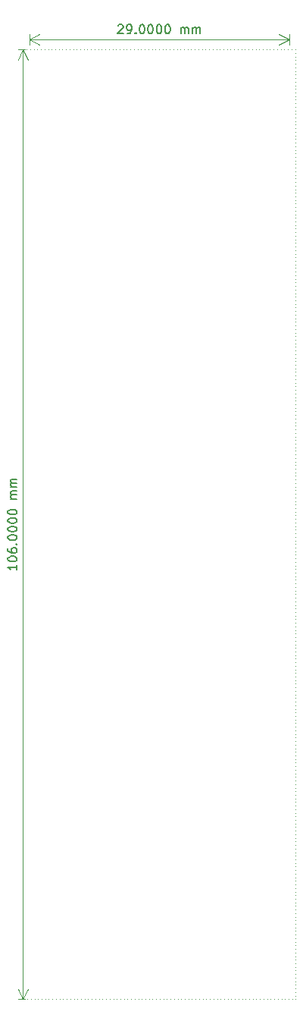
<source format=gbr>
%TF.GenerationSoftware,KiCad,Pcbnew,8.0.1-8.0.1-1~ubuntu22.04.1*%
%TF.CreationDate,2024-04-12T07:50:43+02:00*%
%TF.ProjectId,HagiwoEurorackMixer_PCBOnly,48616769-776f-4457-9572-6f7261636b4d,rev?*%
%TF.SameCoordinates,Original*%
%TF.FileFunction,OtherDrawing,Comment*%
%FSLAX46Y46*%
G04 Gerber Fmt 4.6, Leading zero omitted, Abs format (unit mm)*
G04 Created by KiCad (PCBNEW 8.0.1-8.0.1-1~ubuntu22.04.1) date 2024-04-12 07:50:43*
%MOMM*%
%LPD*%
G01*
G04 APERTURE LIST*
%ADD10C,0.100000*%
%ADD11C,0.150000*%
G04 APERTURE END LIST*
D10*
X68300000Y-46810000D02*
X68300000Y-46810000D01*
X68700000Y-46810000D02*
X68700000Y-46810000D01*
X69100000Y-46810000D02*
X69100000Y-46810000D01*
X69500000Y-46810000D02*
X69500000Y-46810000D01*
X69900000Y-46810000D02*
X69900000Y-46810000D01*
X70300000Y-46810000D02*
X70300000Y-46810000D01*
X70700000Y-46810000D02*
X70700000Y-46810000D01*
X71100000Y-46810000D02*
X71100000Y-46810000D01*
X71500000Y-46810000D02*
X71500000Y-46810000D01*
X71900000Y-46810000D02*
X71900000Y-46810000D01*
X72300000Y-46810000D02*
X72300000Y-46810000D01*
X72700000Y-46810000D02*
X72700000Y-46810000D01*
X73100000Y-46810000D02*
X73100000Y-46810000D01*
X73500000Y-46810000D02*
X73500000Y-46810000D01*
X73900000Y-46810000D02*
X73900000Y-46810000D01*
X74300000Y-46810000D02*
X74300000Y-46810000D01*
X74700000Y-46810000D02*
X74700000Y-46810000D01*
X75100000Y-46810000D02*
X75100000Y-46810000D01*
X75500000Y-46810000D02*
X75500000Y-46810000D01*
X75900000Y-46810000D02*
X75900000Y-46810000D01*
X76300000Y-46810000D02*
X76300000Y-46810000D01*
X76700000Y-46810000D02*
X76700000Y-46810000D01*
X77100000Y-46810000D02*
X77100000Y-46810000D01*
X77500000Y-46810000D02*
X77500000Y-46810000D01*
X77900000Y-46810000D02*
X77900000Y-46810000D01*
X78300000Y-46810000D02*
X78300000Y-46810000D01*
X78700000Y-46810000D02*
X78700000Y-46810000D01*
X79100000Y-46810000D02*
X79100000Y-46810000D01*
X79500000Y-46810000D02*
X79500000Y-46810000D01*
X79900000Y-46810000D02*
X79900000Y-46810000D01*
X80300000Y-46810000D02*
X80300000Y-46810000D01*
X80700000Y-46810000D02*
X80700000Y-46810000D01*
X81100000Y-46810000D02*
X81100000Y-46810000D01*
X81500000Y-46810000D02*
X81500000Y-46810000D01*
X81900000Y-46810000D02*
X81900000Y-46810000D01*
X82300000Y-46810000D02*
X82300000Y-46810000D01*
X82700000Y-46810000D02*
X82700000Y-46810000D01*
X83100000Y-46810000D02*
X83100000Y-46810000D01*
X83500000Y-46810000D02*
X83500000Y-46810000D01*
X83900000Y-46810000D02*
X83900000Y-46810000D01*
X84300000Y-46810000D02*
X84300000Y-46810000D01*
X84700000Y-46810000D02*
X84700000Y-46810000D01*
X85100000Y-46810000D02*
X85100000Y-46810000D01*
X85500000Y-46810000D02*
X85500000Y-46810000D01*
X85900000Y-46810000D02*
X85900000Y-46810000D01*
X86300000Y-46810000D02*
X86300000Y-46810000D01*
X86700000Y-46810000D02*
X86700000Y-46810000D01*
X87100000Y-46810000D02*
X87100000Y-46810000D01*
X87500000Y-46810000D02*
X87500000Y-46810000D01*
X87900000Y-46810000D02*
X87900000Y-46810000D01*
X88300000Y-46810000D02*
X88300000Y-46810000D01*
X88700000Y-46810000D02*
X88700000Y-46810000D01*
X89100000Y-46810000D02*
X89100000Y-46810000D01*
X89500000Y-46810000D02*
X89500000Y-46810000D01*
X89900000Y-46810000D02*
X89900000Y-46810000D01*
X90300000Y-46810000D02*
X90300000Y-46810000D01*
X90700000Y-46810000D02*
X90700000Y-46810000D01*
X91100000Y-46810000D02*
X91100000Y-46810000D01*
X91500000Y-46810000D02*
X91500000Y-46810000D01*
X91900000Y-46810000D02*
X91900000Y-46810000D01*
X92300000Y-46810000D02*
X92300000Y-46810000D01*
X92700000Y-46810000D02*
X92700000Y-46810000D01*
X93100000Y-46810000D02*
X93100000Y-46810000D01*
X93500000Y-46810000D02*
X93500000Y-46810000D01*
X93900000Y-46810000D02*
X93900000Y-46810000D01*
X94300000Y-46810000D02*
X94300000Y-46810000D01*
X94700000Y-46810000D02*
X94700000Y-46810000D01*
X95100000Y-46810000D02*
X95100000Y-46810000D01*
X95500000Y-46810000D02*
X95500000Y-46810000D01*
X95900000Y-46810000D02*
X95900000Y-46810000D01*
X96300000Y-46810000D02*
X96300000Y-46810000D01*
X96700000Y-46810000D02*
X96700000Y-46810000D01*
X97100000Y-46810000D02*
X97100000Y-46810000D01*
X97500000Y-46810000D02*
X97500000Y-46810000D01*
X97900000Y-46810000D02*
X97900000Y-46810000D01*
X98300000Y-46810000D02*
X98300000Y-46810000D01*
X98700000Y-46810000D02*
X98700000Y-46810000D01*
X98780000Y-46810000D02*
X98780000Y-46810000D01*
X98780000Y-47210000D02*
X98780000Y-47210000D01*
X98780000Y-47610000D02*
X98780000Y-47610000D01*
X98780000Y-48010000D02*
X98780000Y-48010000D01*
X98780000Y-48410000D02*
X98780000Y-48410000D01*
X98780000Y-48810000D02*
X98780000Y-48810000D01*
X98780000Y-49210000D02*
X98780000Y-49210000D01*
X98780000Y-49610000D02*
X98780000Y-49610000D01*
X98780000Y-50010000D02*
X98780000Y-50010000D01*
X98780000Y-50410000D02*
X98780000Y-50410000D01*
X98780000Y-50810000D02*
X98780000Y-50810000D01*
X98780000Y-51210000D02*
X98780000Y-51210000D01*
X98780000Y-51610000D02*
X98780000Y-51610000D01*
X98780000Y-52010000D02*
X98780000Y-52010000D01*
X98780000Y-52410000D02*
X98780000Y-52410000D01*
X98780000Y-52810000D02*
X98780000Y-52810000D01*
X98780000Y-53210000D02*
X98780000Y-53210000D01*
X98780000Y-53610000D02*
X98780000Y-53610000D01*
X98780000Y-54010000D02*
X98780000Y-54010000D01*
X98780000Y-54410000D02*
X98780000Y-54410000D01*
X98780000Y-54810000D02*
X98780000Y-54810000D01*
X98780000Y-55210000D02*
X98780000Y-55210000D01*
X98780000Y-55610000D02*
X98780000Y-55610000D01*
X98780000Y-56010000D02*
X98780000Y-56010000D01*
X98780000Y-56410000D02*
X98780000Y-56410000D01*
X98780000Y-56810000D02*
X98780000Y-56810000D01*
X98780000Y-57210000D02*
X98780000Y-57210000D01*
X98780000Y-57610000D02*
X98780000Y-57610000D01*
X98780000Y-58010000D02*
X98780000Y-58010000D01*
X98780000Y-58410000D02*
X98780000Y-58410000D01*
X98780000Y-58810000D02*
X98780000Y-58810000D01*
X98780000Y-59210000D02*
X98780000Y-59210000D01*
X98780000Y-59610000D02*
X98780000Y-59610000D01*
X98780000Y-60010000D02*
X98780000Y-60010000D01*
X98780000Y-60410000D02*
X98780000Y-60410000D01*
X98780000Y-60810000D02*
X98780000Y-60810000D01*
X98780000Y-61210000D02*
X98780000Y-61210000D01*
X98780000Y-61610000D02*
X98780000Y-61610000D01*
X98780000Y-62010000D02*
X98780000Y-62010000D01*
X98780000Y-62410000D02*
X98780000Y-62410000D01*
X98780000Y-62810000D02*
X98780000Y-62810000D01*
X98780000Y-63210000D02*
X98780000Y-63210000D01*
X98780000Y-63610000D02*
X98780000Y-63610000D01*
X98780000Y-64010000D02*
X98780000Y-64010000D01*
X98780000Y-64410000D02*
X98780000Y-64410000D01*
X98780000Y-64810000D02*
X98780000Y-64810000D01*
X98780000Y-65210000D02*
X98780000Y-65210000D01*
X98780000Y-65610000D02*
X98780000Y-65610000D01*
X98780000Y-66010000D02*
X98780000Y-66010000D01*
X98780000Y-66410000D02*
X98780000Y-66410000D01*
X98780000Y-66810000D02*
X98780000Y-66810000D01*
X98780000Y-67210000D02*
X98780000Y-67210000D01*
X98780000Y-67610000D02*
X98780000Y-67610000D01*
X98780000Y-68010000D02*
X98780000Y-68010000D01*
X98780000Y-68410000D02*
X98780000Y-68410000D01*
X98780000Y-68810000D02*
X98780000Y-68810000D01*
X98780000Y-69210000D02*
X98780000Y-69210000D01*
X98780000Y-69610000D02*
X98780000Y-69610000D01*
X98780000Y-70010000D02*
X98780000Y-70010000D01*
X98780000Y-70410000D02*
X98780000Y-70410000D01*
X98780000Y-70810000D02*
X98780000Y-70810000D01*
X98780000Y-71210000D02*
X98780000Y-71210000D01*
X98780000Y-71610000D02*
X98780000Y-71610000D01*
X98780000Y-72010000D02*
X98780000Y-72010000D01*
X98780000Y-72410000D02*
X98780000Y-72410000D01*
X98780000Y-72810000D02*
X98780000Y-72810000D01*
X98780000Y-73210000D02*
X98780000Y-73210000D01*
X98780000Y-73610000D02*
X98780000Y-73610000D01*
X98780000Y-74010000D02*
X98780000Y-74010000D01*
X98780000Y-74410000D02*
X98780000Y-74410000D01*
X98780000Y-74810000D02*
X98780000Y-74810000D01*
X98780000Y-75210000D02*
X98780000Y-75210000D01*
X98780000Y-75610000D02*
X98780000Y-75610000D01*
X98780000Y-76010000D02*
X98780000Y-76010000D01*
X98780000Y-76410000D02*
X98780000Y-76410000D01*
X98780000Y-76810000D02*
X98780000Y-76810000D01*
X98780000Y-77210000D02*
X98780000Y-77210000D01*
X98780000Y-77610000D02*
X98780000Y-77610000D01*
X98780000Y-78010000D02*
X98780000Y-78010000D01*
X98780000Y-78410000D02*
X98780000Y-78410000D01*
X98780000Y-78810000D02*
X98780000Y-78810000D01*
X98780000Y-79210000D02*
X98780000Y-79210000D01*
X98780000Y-79610000D02*
X98780000Y-79610000D01*
X98780000Y-80010000D02*
X98780000Y-80010000D01*
X98780000Y-80410000D02*
X98780000Y-80410000D01*
X98780000Y-80810000D02*
X98780000Y-80810000D01*
X98780000Y-81210000D02*
X98780000Y-81210000D01*
X98780000Y-81610000D02*
X98780000Y-81610000D01*
X98780000Y-82010000D02*
X98780000Y-82010000D01*
X98780000Y-82410000D02*
X98780000Y-82410000D01*
X98780000Y-82810000D02*
X98780000Y-82810000D01*
X98780000Y-83210000D02*
X98780000Y-83210000D01*
X98780000Y-83610000D02*
X98780000Y-83610000D01*
X98780000Y-84010000D02*
X98780000Y-84010000D01*
X98780000Y-84410000D02*
X98780000Y-84410000D01*
X98780000Y-84810000D02*
X98780000Y-84810000D01*
X98780000Y-85210000D02*
X98780000Y-85210000D01*
X98780000Y-85610000D02*
X98780000Y-85610000D01*
X98780000Y-86010000D02*
X98780000Y-86010000D01*
X98780000Y-86410000D02*
X98780000Y-86410000D01*
X98780000Y-86810000D02*
X98780000Y-86810000D01*
X98780000Y-87210000D02*
X98780000Y-87210000D01*
X98780000Y-87610000D02*
X98780000Y-87610000D01*
X98780000Y-88010000D02*
X98780000Y-88010000D01*
X98780000Y-88410000D02*
X98780000Y-88410000D01*
X98780000Y-88810000D02*
X98780000Y-88810000D01*
X98780000Y-89210000D02*
X98780000Y-89210000D01*
X98780000Y-89610000D02*
X98780000Y-89610000D01*
X98780000Y-90010000D02*
X98780000Y-90010000D01*
X98780000Y-90410000D02*
X98780000Y-90410000D01*
X98780000Y-90810000D02*
X98780000Y-90810000D01*
X98780000Y-91210000D02*
X98780000Y-91210000D01*
X98780000Y-91610000D02*
X98780000Y-91610000D01*
X98780000Y-92010000D02*
X98780000Y-92010000D01*
X98780000Y-92410000D02*
X98780000Y-92410000D01*
X98780000Y-92810000D02*
X98780000Y-92810000D01*
X98780000Y-93210000D02*
X98780000Y-93210000D01*
X98780000Y-93610000D02*
X98780000Y-93610000D01*
X98780000Y-94010000D02*
X98780000Y-94010000D01*
X98780000Y-94410000D02*
X98780000Y-94410000D01*
X98780000Y-94810000D02*
X98780000Y-94810000D01*
X98780000Y-95210000D02*
X98780000Y-95210000D01*
X98780000Y-95610000D02*
X98780000Y-95610000D01*
X98780000Y-96010000D02*
X98780000Y-96010000D01*
X98780000Y-96410000D02*
X98780000Y-96410000D01*
X98780000Y-96810000D02*
X98780000Y-96810000D01*
X98780000Y-97210000D02*
X98780000Y-97210000D01*
X98780000Y-97610000D02*
X98780000Y-97610000D01*
X98780000Y-98010000D02*
X98780000Y-98010000D01*
X98780000Y-98410000D02*
X98780000Y-98410000D01*
X98780000Y-98810000D02*
X98780000Y-98810000D01*
X98780000Y-99210000D02*
X98780000Y-99210000D01*
X98780000Y-99610000D02*
X98780000Y-99610000D01*
X98780000Y-100010000D02*
X98780000Y-100010000D01*
X98780000Y-100410000D02*
X98780000Y-100410000D01*
X98780000Y-100810000D02*
X98780000Y-100810000D01*
X98780000Y-101210000D02*
X98780000Y-101210000D01*
X98780000Y-101610000D02*
X98780000Y-101610000D01*
X98780000Y-102010000D02*
X98780000Y-102010000D01*
X98780000Y-102410000D02*
X98780000Y-102410000D01*
X98780000Y-102810000D02*
X98780000Y-102810000D01*
X98780000Y-103210000D02*
X98780000Y-103210000D01*
X98780000Y-103610000D02*
X98780000Y-103610000D01*
X98780000Y-104010000D02*
X98780000Y-104010000D01*
X98780000Y-104410000D02*
X98780000Y-104410000D01*
X98780000Y-104810000D02*
X98780000Y-104810000D01*
X98780000Y-105210000D02*
X98780000Y-105210000D01*
X98780000Y-105610000D02*
X98780000Y-105610000D01*
X98780000Y-106010000D02*
X98780000Y-106010000D01*
X98780000Y-106410000D02*
X98780000Y-106410000D01*
X98780000Y-106810000D02*
X98780000Y-106810000D01*
X98780000Y-107210000D02*
X98780000Y-107210000D01*
X98780000Y-107610000D02*
X98780000Y-107610000D01*
X98780000Y-108010000D02*
X98780000Y-108010000D01*
X98780000Y-108410000D02*
X98780000Y-108410000D01*
X98780000Y-108810000D02*
X98780000Y-108810000D01*
X98780000Y-109210000D02*
X98780000Y-109210000D01*
X98780000Y-109610000D02*
X98780000Y-109610000D01*
X98780000Y-110010000D02*
X98780000Y-110010000D01*
X98780000Y-110410000D02*
X98780000Y-110410000D01*
X98780000Y-110810000D02*
X98780000Y-110810000D01*
X98780000Y-111210000D02*
X98780000Y-111210000D01*
X98780000Y-111610000D02*
X98780000Y-111610000D01*
X98780000Y-112010000D02*
X98780000Y-112010000D01*
X98780000Y-112410000D02*
X98780000Y-112410000D01*
X98780000Y-112810000D02*
X98780000Y-112810000D01*
X98780000Y-113210000D02*
X98780000Y-113210000D01*
X98780000Y-113610000D02*
X98780000Y-113610000D01*
X98780000Y-114010000D02*
X98780000Y-114010000D01*
X98780000Y-114410000D02*
X98780000Y-114410000D01*
X98780000Y-114810000D02*
X98780000Y-114810000D01*
X98780000Y-115210000D02*
X98780000Y-115210000D01*
X98780000Y-115610000D02*
X98780000Y-115610000D01*
X98780000Y-116010000D02*
X98780000Y-116010000D01*
X98780000Y-116410000D02*
X98780000Y-116410000D01*
X98780000Y-116810000D02*
X98780000Y-116810000D01*
X98780000Y-117210000D02*
X98780000Y-117210000D01*
X98780000Y-117610000D02*
X98780000Y-117610000D01*
X98780000Y-118010000D02*
X98780000Y-118010000D01*
X98780000Y-118410000D02*
X98780000Y-118410000D01*
X98780000Y-118810000D02*
X98780000Y-118810000D01*
X98780000Y-119210000D02*
X98780000Y-119210000D01*
X98780000Y-119610000D02*
X98780000Y-119610000D01*
X98780000Y-120010000D02*
X98780000Y-120010000D01*
X98780000Y-120410000D02*
X98780000Y-120410000D01*
X98780000Y-120810000D02*
X98780000Y-120810000D01*
X98780000Y-121210000D02*
X98780000Y-121210000D01*
X98780000Y-121610000D02*
X98780000Y-121610000D01*
X98780000Y-122010000D02*
X98780000Y-122010000D01*
X98780000Y-122410000D02*
X98780000Y-122410000D01*
X98780000Y-122810000D02*
X98780000Y-122810000D01*
X98780000Y-123210000D02*
X98780000Y-123210000D01*
X98780000Y-123610000D02*
X98780000Y-123610000D01*
X98780000Y-124010000D02*
X98780000Y-124010000D01*
X98780000Y-124410000D02*
X98780000Y-124410000D01*
X98780000Y-124810000D02*
X98780000Y-124810000D01*
X98780000Y-125210000D02*
X98780000Y-125210000D01*
X98780000Y-125610000D02*
X98780000Y-125610000D01*
X98780000Y-126010000D02*
X98780000Y-126010000D01*
X98780000Y-126410000D02*
X98780000Y-126410000D01*
X98780000Y-126810000D02*
X98780000Y-126810000D01*
X98780000Y-127210000D02*
X98780000Y-127210000D01*
X98780000Y-127610000D02*
X98780000Y-127610000D01*
X98780000Y-128010000D02*
X98780000Y-128010000D01*
X98780000Y-128410000D02*
X98780000Y-128410000D01*
X98780000Y-128810000D02*
X98780000Y-128810000D01*
X98780000Y-129210000D02*
X98780000Y-129210000D01*
X98780000Y-129610000D02*
X98780000Y-129610000D01*
X98780000Y-130010000D02*
X98780000Y-130010000D01*
X98780000Y-130410000D02*
X98780000Y-130410000D01*
X98780000Y-130810000D02*
X98780000Y-130810000D01*
X98780000Y-131210000D02*
X98780000Y-131210000D01*
X98780000Y-131610000D02*
X98780000Y-131610000D01*
X98780000Y-132010000D02*
X98780000Y-132010000D01*
X98780000Y-132410000D02*
X98780000Y-132410000D01*
X98780000Y-132810000D02*
X98780000Y-132810000D01*
X98780000Y-133210000D02*
X98780000Y-133210000D01*
X98780000Y-133610000D02*
X98780000Y-133610000D01*
X98780000Y-134010000D02*
X98780000Y-134010000D01*
X98780000Y-134410000D02*
X98780000Y-134410000D01*
X98780000Y-134810000D02*
X98780000Y-134810000D01*
X98780000Y-135210000D02*
X98780000Y-135210000D01*
X98780000Y-135610000D02*
X98780000Y-135610000D01*
X98780000Y-136010000D02*
X98780000Y-136010000D01*
X98780000Y-136410000D02*
X98780000Y-136410000D01*
X98780000Y-136810000D02*
X98780000Y-136810000D01*
X98780000Y-137210000D02*
X98780000Y-137210000D01*
X98780000Y-137610000D02*
X98780000Y-137610000D01*
X98780000Y-138010000D02*
X98780000Y-138010000D01*
X98780000Y-138410000D02*
X98780000Y-138410000D01*
X98780000Y-138810000D02*
X98780000Y-138810000D01*
X98780000Y-139210000D02*
X98780000Y-139210000D01*
X98780000Y-139610000D02*
X98780000Y-139610000D01*
X98780000Y-140010000D02*
X98780000Y-140010000D01*
X98780000Y-140410000D02*
X98780000Y-140410000D01*
X98780000Y-140810000D02*
X98780000Y-140810000D01*
X98780000Y-141210000D02*
X98780000Y-141210000D01*
X98780000Y-141610000D02*
X98780000Y-141610000D01*
X98780000Y-142010000D02*
X98780000Y-142010000D01*
X98780000Y-142410000D02*
X98780000Y-142410000D01*
X98780000Y-142810000D02*
X98780000Y-142810000D01*
X98780000Y-143210000D02*
X98780000Y-143210000D01*
X98780000Y-143610000D02*
X98780000Y-143610000D01*
X98780000Y-144010000D02*
X98780000Y-144010000D01*
X98780000Y-144410000D02*
X98780000Y-144410000D01*
X98780000Y-144810000D02*
X98780000Y-144810000D01*
X98780000Y-145210000D02*
X98780000Y-145210000D01*
X98780000Y-145610000D02*
X98780000Y-145610000D01*
X98780000Y-146010000D02*
X98780000Y-146010000D01*
X98780000Y-146410000D02*
X98780000Y-146410000D01*
X98780000Y-146810000D02*
X98780000Y-146810000D01*
X98780000Y-147210000D02*
X98780000Y-147210000D01*
X98780000Y-147610000D02*
X98780000Y-147610000D01*
X98780000Y-148010000D02*
X98780000Y-148010000D01*
X98780000Y-148410000D02*
X98780000Y-148410000D01*
X98780000Y-148810000D02*
X98780000Y-148810000D01*
X98780000Y-149210000D02*
X98780000Y-149210000D01*
X98780000Y-149610000D02*
X98780000Y-149610000D01*
X98780000Y-150010000D02*
X98780000Y-150010000D01*
X98780000Y-150410000D02*
X98780000Y-150410000D01*
X98780000Y-150810000D02*
X98780000Y-150810000D01*
X98780000Y-151210000D02*
X98780000Y-151210000D01*
X98780000Y-151610000D02*
X98780000Y-151610000D01*
X98780000Y-152010000D02*
X98780000Y-152010000D01*
X98780000Y-152410000D02*
X98780000Y-152410000D01*
X98780000Y-152810000D02*
X98780000Y-152810000D01*
X98780000Y-152810000D02*
X98780000Y-152810000D01*
X98380000Y-152810000D02*
X98380000Y-152810000D01*
X97980000Y-152810000D02*
X97980000Y-152810000D01*
X97580000Y-152810000D02*
X97580000Y-152810000D01*
X97180000Y-152810000D02*
X97180000Y-152810000D01*
X96780000Y-152810000D02*
X96780000Y-152810000D01*
X96380000Y-152810000D02*
X96380000Y-152810000D01*
X95980000Y-152810000D02*
X95980000Y-152810000D01*
X95580000Y-152810000D02*
X95580000Y-152810000D01*
X95180000Y-152810000D02*
X95180000Y-152810000D01*
X94780000Y-152810000D02*
X94780000Y-152810000D01*
X94380000Y-152810000D02*
X94380000Y-152810000D01*
X93980000Y-152810000D02*
X93980000Y-152810000D01*
X93580000Y-152810000D02*
X93580000Y-152810000D01*
X93180000Y-152810000D02*
X93180000Y-152810000D01*
X92780000Y-152810000D02*
X92780000Y-152810000D01*
X92380000Y-152810000D02*
X92380000Y-152810000D01*
X91980000Y-152810000D02*
X91980000Y-152810000D01*
X91580000Y-152810000D02*
X91580000Y-152810000D01*
X91180000Y-152810000D02*
X91180000Y-152810000D01*
X90780000Y-152810000D02*
X90780000Y-152810000D01*
X90380000Y-152810000D02*
X90380000Y-152810000D01*
X89980000Y-152810000D02*
X89980000Y-152810000D01*
X89580000Y-152810000D02*
X89580000Y-152810000D01*
X89180000Y-152810000D02*
X89180000Y-152810000D01*
X88780000Y-152810000D02*
X88780000Y-152810000D01*
X88380000Y-152810000D02*
X88380000Y-152810000D01*
X87980000Y-152810000D02*
X87980000Y-152810000D01*
X87580000Y-152810000D02*
X87580000Y-152810000D01*
X87180000Y-152810000D02*
X87180000Y-152810000D01*
X86780000Y-152810000D02*
X86780000Y-152810000D01*
X86380000Y-152810000D02*
X86380000Y-152810000D01*
X85980000Y-152810000D02*
X85980000Y-152810000D01*
X85580000Y-152810000D02*
X85580000Y-152810000D01*
X85180000Y-152810000D02*
X85180000Y-152810000D01*
X84780000Y-152810000D02*
X84780000Y-152810000D01*
X84380000Y-152810000D02*
X84380000Y-152810000D01*
X83980000Y-152810000D02*
X83980000Y-152810000D01*
X83580000Y-152810000D02*
X83580000Y-152810000D01*
X83180000Y-152810000D02*
X83180000Y-152810000D01*
X82780000Y-152810000D02*
X82780000Y-152810000D01*
X82380000Y-152810000D02*
X82380000Y-152810000D01*
X81980000Y-152810000D02*
X81980000Y-152810000D01*
X81580000Y-152810000D02*
X81580000Y-152810000D01*
X81180000Y-152810000D02*
X81180000Y-152810000D01*
X80780000Y-152810000D02*
X80780000Y-152810000D01*
X80380000Y-152810000D02*
X80380000Y-152810000D01*
X79980000Y-152810000D02*
X79980000Y-152810000D01*
X79580000Y-152810000D02*
X79580000Y-152810000D01*
X79180000Y-152810000D02*
X79180000Y-152810000D01*
X78780000Y-152810000D02*
X78780000Y-152810000D01*
X78380000Y-152810000D02*
X78380000Y-152810000D01*
X77980000Y-152810000D02*
X77980000Y-152810000D01*
X77580000Y-152810000D02*
X77580000Y-152810000D01*
X77180000Y-152810000D02*
X77180000Y-152810000D01*
X76780000Y-152810000D02*
X76780000Y-152810000D01*
X76380000Y-152810000D02*
X76380000Y-152810000D01*
X75980000Y-152810000D02*
X75980000Y-152810000D01*
X75580000Y-152810000D02*
X75580000Y-152810000D01*
X75180000Y-152810000D02*
X75180000Y-152810000D01*
X74780000Y-152810000D02*
X74780000Y-152810000D01*
X74380000Y-152810000D02*
X74380000Y-152810000D01*
X73980000Y-152810000D02*
X73980000Y-152810000D01*
X73580000Y-152810000D02*
X73580000Y-152810000D01*
X73180000Y-152810000D02*
X73180000Y-152810000D01*
X72780000Y-152810000D02*
X72780000Y-152810000D01*
X72380000Y-152810000D02*
X72380000Y-152810000D01*
X71980000Y-152810000D02*
X71980000Y-152810000D01*
X71580000Y-152810000D02*
X71580000Y-152810000D01*
X71180000Y-152810000D02*
X71180000Y-152810000D01*
X70780000Y-152810000D02*
X70780000Y-152810000D01*
X70380000Y-152810000D02*
X70380000Y-152810000D01*
X69980000Y-152810000D02*
X69980000Y-152810000D01*
X69580000Y-152810000D02*
X69580000Y-152810000D01*
X69180000Y-152810000D02*
X69180000Y-152810000D01*
X68780000Y-152810000D02*
X68780000Y-152810000D01*
X68380000Y-152810000D02*
X68380000Y-152810000D01*
X68300000Y-152810000D02*
X68300000Y-152810000D01*
X68300000Y-152410000D02*
X68300000Y-152410000D01*
X68300000Y-152010000D02*
X68300000Y-152010000D01*
X68300000Y-151610000D02*
X68300000Y-151610000D01*
X68300000Y-151210000D02*
X68300000Y-151210000D01*
X68300000Y-150810000D02*
X68300000Y-150810000D01*
X68300000Y-150410000D02*
X68300000Y-150410000D01*
X68300000Y-150010000D02*
X68300000Y-150010000D01*
X68300000Y-149610000D02*
X68300000Y-149610000D01*
X68300000Y-149210000D02*
X68300000Y-149210000D01*
X68300000Y-148810000D02*
X68300000Y-148810000D01*
X68300000Y-148410000D02*
X68300000Y-148410000D01*
X68300000Y-148010000D02*
X68300000Y-148010000D01*
X68300000Y-147610000D02*
X68300000Y-147610000D01*
X68300000Y-147210000D02*
X68300000Y-147210000D01*
X68300000Y-146810000D02*
X68300000Y-146810000D01*
X68300000Y-146410000D02*
X68300000Y-146410000D01*
X68300000Y-146010000D02*
X68300000Y-146010000D01*
X68300000Y-145610000D02*
X68300000Y-145610000D01*
X68300000Y-145210000D02*
X68300000Y-145210000D01*
X68300000Y-144810000D02*
X68300000Y-144810000D01*
X68300000Y-144410000D02*
X68300000Y-144410000D01*
X68300000Y-144010000D02*
X68300000Y-144010000D01*
X68300000Y-143610000D02*
X68300000Y-143610000D01*
X68300000Y-143210000D02*
X68300000Y-143210000D01*
X68300000Y-142810000D02*
X68300000Y-142810000D01*
X68300000Y-142410000D02*
X68300000Y-142410000D01*
X68300000Y-142010000D02*
X68300000Y-142010000D01*
X68300000Y-141610000D02*
X68300000Y-141610000D01*
X68300000Y-141210000D02*
X68300000Y-141210000D01*
X68300000Y-140810000D02*
X68300000Y-140810000D01*
X68300000Y-140410000D02*
X68300000Y-140410000D01*
X68300000Y-140010000D02*
X68300000Y-140010000D01*
X68300000Y-139610000D02*
X68300000Y-139610000D01*
X68300000Y-139210000D02*
X68300000Y-139210000D01*
X68300000Y-138810000D02*
X68300000Y-138810000D01*
X68300000Y-138410000D02*
X68300000Y-138410000D01*
X68300000Y-138010000D02*
X68300000Y-138010000D01*
X68300000Y-137610000D02*
X68300000Y-137610000D01*
X68300000Y-137210000D02*
X68300000Y-137210000D01*
X68300000Y-136810000D02*
X68300000Y-136810000D01*
X68300000Y-136410000D02*
X68300000Y-136410000D01*
X68300000Y-136010000D02*
X68300000Y-136010000D01*
X68300000Y-135610000D02*
X68300000Y-135610000D01*
X68300000Y-135210000D02*
X68300000Y-135210000D01*
X68300000Y-134810000D02*
X68300000Y-134810000D01*
X68300000Y-134410000D02*
X68300000Y-134410000D01*
X68300000Y-134010000D02*
X68300000Y-134010000D01*
X68300000Y-133610000D02*
X68300000Y-133610000D01*
X68300000Y-133210000D02*
X68300000Y-133210000D01*
X68300000Y-132810000D02*
X68300000Y-132810000D01*
X68300000Y-132410000D02*
X68300000Y-132410000D01*
X68300000Y-132010000D02*
X68300000Y-132010000D01*
X68300000Y-131610000D02*
X68300000Y-131610000D01*
X68300000Y-131210000D02*
X68300000Y-131210000D01*
X68300000Y-130810000D02*
X68300000Y-130810000D01*
X68300000Y-130410000D02*
X68300000Y-130410000D01*
X68300000Y-130010000D02*
X68300000Y-130010000D01*
X68300000Y-129610000D02*
X68300000Y-129610000D01*
X68300000Y-129210000D02*
X68300000Y-129210000D01*
X68300000Y-128810000D02*
X68300000Y-128810000D01*
X68300000Y-128410000D02*
X68300000Y-128410000D01*
X68300000Y-128010000D02*
X68300000Y-128010000D01*
X68300000Y-127610000D02*
X68300000Y-127610000D01*
X68300000Y-127210000D02*
X68300000Y-127210000D01*
X68300000Y-126810000D02*
X68300000Y-126810000D01*
X68300000Y-126410000D02*
X68300000Y-126410000D01*
X68300000Y-126010000D02*
X68300000Y-126010000D01*
X68300000Y-125610000D02*
X68300000Y-125610000D01*
X68300000Y-125210000D02*
X68300000Y-125210000D01*
X68300000Y-124810000D02*
X68300000Y-124810000D01*
X68300000Y-124410000D02*
X68300000Y-124410000D01*
X68300000Y-124010000D02*
X68300000Y-124010000D01*
X68300000Y-123610000D02*
X68300000Y-123610000D01*
X68300000Y-123210000D02*
X68300000Y-123210000D01*
X68300000Y-122810000D02*
X68300000Y-122810000D01*
X68300000Y-122410000D02*
X68300000Y-122410000D01*
X68300000Y-122010000D02*
X68300000Y-122010000D01*
X68300000Y-121610000D02*
X68300000Y-121610000D01*
X68300000Y-121210000D02*
X68300000Y-121210000D01*
X68300000Y-120810000D02*
X68300000Y-120810000D01*
X68300000Y-120410000D02*
X68300000Y-120410000D01*
X68300000Y-120010000D02*
X68300000Y-120010000D01*
X68300000Y-119610000D02*
X68300000Y-119610000D01*
X68300000Y-119210000D02*
X68300000Y-119210000D01*
X68300000Y-118810000D02*
X68300000Y-118810000D01*
X68300000Y-118410000D02*
X68300000Y-118410000D01*
X68300000Y-118010000D02*
X68300000Y-118010000D01*
X68300000Y-117610000D02*
X68300000Y-117610000D01*
X68300000Y-117210000D02*
X68300000Y-117210000D01*
X68300000Y-116810000D02*
X68300000Y-116810000D01*
X68300000Y-116410000D02*
X68300000Y-116410000D01*
X68300000Y-116010000D02*
X68300000Y-116010000D01*
X68300000Y-115610000D02*
X68300000Y-115610000D01*
X68300000Y-115210000D02*
X68300000Y-115210000D01*
X68300000Y-114810000D02*
X68300000Y-114810000D01*
X68300000Y-114410000D02*
X68300000Y-114410000D01*
X68300000Y-114010000D02*
X68300000Y-114010000D01*
X68300000Y-113610000D02*
X68300000Y-113610000D01*
X68300000Y-113210000D02*
X68300000Y-113210000D01*
X68300000Y-112810000D02*
X68300000Y-112810000D01*
X68300000Y-112410000D02*
X68300000Y-112410000D01*
X68300000Y-112010000D02*
X68300000Y-112010000D01*
X68300000Y-111610000D02*
X68300000Y-111610000D01*
X68300000Y-111210000D02*
X68300000Y-111210000D01*
X68300000Y-110810000D02*
X68300000Y-110810000D01*
X68300000Y-110410000D02*
X68300000Y-110410000D01*
X68300000Y-110010000D02*
X68300000Y-110010000D01*
X68300000Y-109610000D02*
X68300000Y-109610000D01*
X68300000Y-109210000D02*
X68300000Y-109210000D01*
X68300000Y-108810000D02*
X68300000Y-108810000D01*
X68300000Y-108410000D02*
X68300000Y-108410000D01*
X68300000Y-108010000D02*
X68300000Y-108010000D01*
X68300000Y-107610000D02*
X68300000Y-107610000D01*
X68300000Y-107210000D02*
X68300000Y-107210000D01*
X68300000Y-106810000D02*
X68300000Y-106810000D01*
X68300000Y-106410000D02*
X68300000Y-106410000D01*
X68300000Y-106010000D02*
X68300000Y-106010000D01*
X68300000Y-105610000D02*
X68300000Y-105610000D01*
X68300000Y-105210000D02*
X68300000Y-105210000D01*
X68300000Y-104810000D02*
X68300000Y-104810000D01*
X68300000Y-104410000D02*
X68300000Y-104410000D01*
X68300000Y-104010000D02*
X68300000Y-104010000D01*
X68300000Y-103610000D02*
X68300000Y-103610000D01*
X68300000Y-103210000D02*
X68300000Y-103210000D01*
X68300000Y-102810000D02*
X68300000Y-102810000D01*
X68300000Y-102410000D02*
X68300000Y-102410000D01*
X68300000Y-102010000D02*
X68300000Y-102010000D01*
X68300000Y-101610000D02*
X68300000Y-101610000D01*
X68300000Y-101210000D02*
X68300000Y-101210000D01*
X68300000Y-100810000D02*
X68300000Y-100810000D01*
X68300000Y-100410000D02*
X68300000Y-100410000D01*
X68300000Y-100010000D02*
X68300000Y-100010000D01*
X68300000Y-99610000D02*
X68300000Y-99610000D01*
X68300000Y-99210000D02*
X68300000Y-99210000D01*
X68300000Y-98810000D02*
X68300000Y-98810000D01*
X68300000Y-98410000D02*
X68300000Y-98410000D01*
X68300000Y-98010000D02*
X68300000Y-98010000D01*
X68300000Y-97610000D02*
X68300000Y-97610000D01*
X68300000Y-97210000D02*
X68300000Y-97210000D01*
X68300000Y-96810000D02*
X68300000Y-96810000D01*
X68300000Y-96410000D02*
X68300000Y-96410000D01*
X68300000Y-96010000D02*
X68300000Y-96010000D01*
X68300000Y-95610000D02*
X68300000Y-95610000D01*
X68300000Y-95210000D02*
X68300000Y-95210000D01*
X68300000Y-94810000D02*
X68300000Y-94810000D01*
X68300000Y-94410000D02*
X68300000Y-94410000D01*
X68300000Y-94010000D02*
X68300000Y-94010000D01*
X68300000Y-93610000D02*
X68300000Y-93610000D01*
X68300000Y-93210000D02*
X68300000Y-93210000D01*
X68300000Y-92810000D02*
X68300000Y-92810000D01*
X68300000Y-92410000D02*
X68300000Y-92410000D01*
X68300000Y-92010000D02*
X68300000Y-92010000D01*
X68300000Y-91610000D02*
X68300000Y-91610000D01*
X68300000Y-91210000D02*
X68300000Y-91210000D01*
X68300000Y-90810000D02*
X68300000Y-90810000D01*
X68300000Y-90410000D02*
X68300000Y-90410000D01*
X68300000Y-90010000D02*
X68300000Y-90010000D01*
X68300000Y-89610000D02*
X68300000Y-89610000D01*
X68300000Y-89210000D02*
X68300000Y-89210000D01*
X68300000Y-88810000D02*
X68300000Y-88810000D01*
X68300000Y-88410000D02*
X68300000Y-88410000D01*
X68300000Y-88010000D02*
X68300000Y-88010000D01*
X68300000Y-87610000D02*
X68300000Y-87610000D01*
X68300000Y-87210000D02*
X68300000Y-87210000D01*
X68300000Y-86810000D02*
X68300000Y-86810000D01*
X68300000Y-86410000D02*
X68300000Y-86410000D01*
X68300000Y-86010000D02*
X68300000Y-86010000D01*
X68300000Y-85610000D02*
X68300000Y-85610000D01*
X68300000Y-85210000D02*
X68300000Y-85210000D01*
X68300000Y-84810000D02*
X68300000Y-84810000D01*
X68300000Y-84410000D02*
X68300000Y-84410000D01*
X68300000Y-84010000D02*
X68300000Y-84010000D01*
X68300000Y-83610000D02*
X68300000Y-83610000D01*
X68300000Y-83210000D02*
X68300000Y-83210000D01*
X68300000Y-82810000D02*
X68300000Y-82810000D01*
X68300000Y-82410000D02*
X68300000Y-82410000D01*
X68300000Y-82010000D02*
X68300000Y-82010000D01*
X68300000Y-81610000D02*
X68300000Y-81610000D01*
X68300000Y-81210000D02*
X68300000Y-81210000D01*
X68300000Y-80810000D02*
X68300000Y-80810000D01*
X68300000Y-80410000D02*
X68300000Y-80410000D01*
X68300000Y-80010000D02*
X68300000Y-80010000D01*
X68300000Y-79610000D02*
X68300000Y-79610000D01*
X68300000Y-79210000D02*
X68300000Y-79210000D01*
X68300000Y-78810000D02*
X68300000Y-78810000D01*
X68300000Y-78410000D02*
X68300000Y-78410000D01*
X68300000Y-78010000D02*
X68300000Y-78010000D01*
X68300000Y-77610000D02*
X68300000Y-77610000D01*
X68300000Y-77210000D02*
X68300000Y-77210000D01*
X68300000Y-76810000D02*
X68300000Y-76810000D01*
X68300000Y-76410000D02*
X68300000Y-76410000D01*
X68300000Y-76010000D02*
X68300000Y-76010000D01*
X68300000Y-75610000D02*
X68300000Y-75610000D01*
X68300000Y-75210000D02*
X68300000Y-75210000D01*
X68300000Y-74810000D02*
X68300000Y-74810000D01*
X68300000Y-74410000D02*
X68300000Y-74410000D01*
X68300000Y-74010000D02*
X68300000Y-74010000D01*
X68300000Y-73610000D02*
X68300000Y-73610000D01*
X68300000Y-73210000D02*
X68300000Y-73210000D01*
X68300000Y-72810000D02*
X68300000Y-72810000D01*
X68300000Y-72410000D02*
X68300000Y-72410000D01*
X68300000Y-72010000D02*
X68300000Y-72010000D01*
X68300000Y-71610000D02*
X68300000Y-71610000D01*
X68300000Y-71210000D02*
X68300000Y-71210000D01*
X68300000Y-70810000D02*
X68300000Y-70810000D01*
X68300000Y-70410000D02*
X68300000Y-70410000D01*
X68300000Y-70010000D02*
X68300000Y-70010000D01*
X68300000Y-69610000D02*
X68300000Y-69610000D01*
X68300000Y-69210000D02*
X68300000Y-69210000D01*
X68300000Y-68810000D02*
X68300000Y-68810000D01*
X68300000Y-68410000D02*
X68300000Y-68410000D01*
X68300000Y-68010000D02*
X68300000Y-68010000D01*
X68300000Y-67610000D02*
X68300000Y-67610000D01*
X68300000Y-67210000D02*
X68300000Y-67210000D01*
X68300000Y-66810000D02*
X68300000Y-66810000D01*
X68300000Y-66410000D02*
X68300000Y-66410000D01*
X68300000Y-66010000D02*
X68300000Y-66010000D01*
X68300000Y-65610000D02*
X68300000Y-65610000D01*
X68300000Y-65210000D02*
X68300000Y-65210000D01*
X68300000Y-64810000D02*
X68300000Y-64810000D01*
X68300000Y-64410000D02*
X68300000Y-64410000D01*
X68300000Y-64010000D02*
X68300000Y-64010000D01*
X68300000Y-63610000D02*
X68300000Y-63610000D01*
X68300000Y-63210000D02*
X68300000Y-63210000D01*
X68300000Y-62810000D02*
X68300000Y-62810000D01*
X68300000Y-62410000D02*
X68300000Y-62410000D01*
X68300000Y-62010000D02*
X68300000Y-62010000D01*
X68300000Y-61610000D02*
X68300000Y-61610000D01*
X68300000Y-61210000D02*
X68300000Y-61210000D01*
X68300000Y-60810000D02*
X68300000Y-60810000D01*
X68300000Y-60410000D02*
X68300000Y-60410000D01*
X68300000Y-60010000D02*
X68300000Y-60010000D01*
X68300000Y-59610000D02*
X68300000Y-59610000D01*
X68300000Y-59210000D02*
X68300000Y-59210000D01*
X68300000Y-58810000D02*
X68300000Y-58810000D01*
X68300000Y-58410000D02*
X68300000Y-58410000D01*
X68300000Y-58010000D02*
X68300000Y-58010000D01*
X68300000Y-57610000D02*
X68300000Y-57610000D01*
X68300000Y-57210000D02*
X68300000Y-57210000D01*
X68300000Y-56810000D02*
X68300000Y-56810000D01*
X68300000Y-56410000D02*
X68300000Y-56410000D01*
X68300000Y-56010000D02*
X68300000Y-56010000D01*
X68300000Y-55610000D02*
X68300000Y-55610000D01*
X68300000Y-55210000D02*
X68300000Y-55210000D01*
X68300000Y-54810000D02*
X68300000Y-54810000D01*
X68300000Y-54410000D02*
X68300000Y-54410000D01*
X68300000Y-54010000D02*
X68300000Y-54010000D01*
X68300000Y-53610000D02*
X68300000Y-53610000D01*
X68300000Y-53210000D02*
X68300000Y-53210000D01*
X68300000Y-52810000D02*
X68300000Y-52810000D01*
X68300000Y-52410000D02*
X68300000Y-52410000D01*
X68300000Y-52010000D02*
X68300000Y-52010000D01*
X68300000Y-51610000D02*
X68300000Y-51610000D01*
X68300000Y-51210000D02*
X68300000Y-51210000D01*
X68300000Y-50810000D02*
X68300000Y-50810000D01*
X68300000Y-50410000D02*
X68300000Y-50410000D01*
X68300000Y-50010000D02*
X68300000Y-50010000D01*
X68300000Y-49610000D02*
X68300000Y-49610000D01*
X68300000Y-49210000D02*
X68300000Y-49210000D01*
X68300000Y-48810000D02*
X68300000Y-48810000D01*
X68300000Y-48410000D02*
X68300000Y-48410000D01*
X68300000Y-48010000D02*
X68300000Y-48010000D01*
X68300000Y-47610000D02*
X68300000Y-47610000D01*
X68300000Y-47210000D02*
X68300000Y-47210000D01*
X68300000Y-46810000D02*
X68300000Y-46810000D01*
D11*
X67604819Y-104333809D02*
X67604819Y-104905237D01*
X67604819Y-104619523D02*
X66604819Y-104619523D01*
X66604819Y-104619523D02*
X66747676Y-104714761D01*
X66747676Y-104714761D02*
X66842914Y-104809999D01*
X66842914Y-104809999D02*
X66890533Y-104905237D01*
X66604819Y-103714761D02*
X66604819Y-103619523D01*
X66604819Y-103619523D02*
X66652438Y-103524285D01*
X66652438Y-103524285D02*
X66700057Y-103476666D01*
X66700057Y-103476666D02*
X66795295Y-103429047D01*
X66795295Y-103429047D02*
X66985771Y-103381428D01*
X66985771Y-103381428D02*
X67223866Y-103381428D01*
X67223866Y-103381428D02*
X67414342Y-103429047D01*
X67414342Y-103429047D02*
X67509580Y-103476666D01*
X67509580Y-103476666D02*
X67557200Y-103524285D01*
X67557200Y-103524285D02*
X67604819Y-103619523D01*
X67604819Y-103619523D02*
X67604819Y-103714761D01*
X67604819Y-103714761D02*
X67557200Y-103809999D01*
X67557200Y-103809999D02*
X67509580Y-103857618D01*
X67509580Y-103857618D02*
X67414342Y-103905237D01*
X67414342Y-103905237D02*
X67223866Y-103952856D01*
X67223866Y-103952856D02*
X66985771Y-103952856D01*
X66985771Y-103952856D02*
X66795295Y-103905237D01*
X66795295Y-103905237D02*
X66700057Y-103857618D01*
X66700057Y-103857618D02*
X66652438Y-103809999D01*
X66652438Y-103809999D02*
X66604819Y-103714761D01*
X66604819Y-102524285D02*
X66604819Y-102714761D01*
X66604819Y-102714761D02*
X66652438Y-102809999D01*
X66652438Y-102809999D02*
X66700057Y-102857618D01*
X66700057Y-102857618D02*
X66842914Y-102952856D01*
X66842914Y-102952856D02*
X67033390Y-103000475D01*
X67033390Y-103000475D02*
X67414342Y-103000475D01*
X67414342Y-103000475D02*
X67509580Y-102952856D01*
X67509580Y-102952856D02*
X67557200Y-102905237D01*
X67557200Y-102905237D02*
X67604819Y-102809999D01*
X67604819Y-102809999D02*
X67604819Y-102619523D01*
X67604819Y-102619523D02*
X67557200Y-102524285D01*
X67557200Y-102524285D02*
X67509580Y-102476666D01*
X67509580Y-102476666D02*
X67414342Y-102429047D01*
X67414342Y-102429047D02*
X67176247Y-102429047D01*
X67176247Y-102429047D02*
X67081009Y-102476666D01*
X67081009Y-102476666D02*
X67033390Y-102524285D01*
X67033390Y-102524285D02*
X66985771Y-102619523D01*
X66985771Y-102619523D02*
X66985771Y-102809999D01*
X66985771Y-102809999D02*
X67033390Y-102905237D01*
X67033390Y-102905237D02*
X67081009Y-102952856D01*
X67081009Y-102952856D02*
X67176247Y-103000475D01*
X67509580Y-102000475D02*
X67557200Y-101952856D01*
X67557200Y-101952856D02*
X67604819Y-102000475D01*
X67604819Y-102000475D02*
X67557200Y-102048094D01*
X67557200Y-102048094D02*
X67509580Y-102000475D01*
X67509580Y-102000475D02*
X67604819Y-102000475D01*
X66604819Y-101333809D02*
X66604819Y-101238571D01*
X66604819Y-101238571D02*
X66652438Y-101143333D01*
X66652438Y-101143333D02*
X66700057Y-101095714D01*
X66700057Y-101095714D02*
X66795295Y-101048095D01*
X66795295Y-101048095D02*
X66985771Y-101000476D01*
X66985771Y-101000476D02*
X67223866Y-101000476D01*
X67223866Y-101000476D02*
X67414342Y-101048095D01*
X67414342Y-101048095D02*
X67509580Y-101095714D01*
X67509580Y-101095714D02*
X67557200Y-101143333D01*
X67557200Y-101143333D02*
X67604819Y-101238571D01*
X67604819Y-101238571D02*
X67604819Y-101333809D01*
X67604819Y-101333809D02*
X67557200Y-101429047D01*
X67557200Y-101429047D02*
X67509580Y-101476666D01*
X67509580Y-101476666D02*
X67414342Y-101524285D01*
X67414342Y-101524285D02*
X67223866Y-101571904D01*
X67223866Y-101571904D02*
X66985771Y-101571904D01*
X66985771Y-101571904D02*
X66795295Y-101524285D01*
X66795295Y-101524285D02*
X66700057Y-101476666D01*
X66700057Y-101476666D02*
X66652438Y-101429047D01*
X66652438Y-101429047D02*
X66604819Y-101333809D01*
X66604819Y-100381428D02*
X66604819Y-100286190D01*
X66604819Y-100286190D02*
X66652438Y-100190952D01*
X66652438Y-100190952D02*
X66700057Y-100143333D01*
X66700057Y-100143333D02*
X66795295Y-100095714D01*
X66795295Y-100095714D02*
X66985771Y-100048095D01*
X66985771Y-100048095D02*
X67223866Y-100048095D01*
X67223866Y-100048095D02*
X67414342Y-100095714D01*
X67414342Y-100095714D02*
X67509580Y-100143333D01*
X67509580Y-100143333D02*
X67557200Y-100190952D01*
X67557200Y-100190952D02*
X67604819Y-100286190D01*
X67604819Y-100286190D02*
X67604819Y-100381428D01*
X67604819Y-100381428D02*
X67557200Y-100476666D01*
X67557200Y-100476666D02*
X67509580Y-100524285D01*
X67509580Y-100524285D02*
X67414342Y-100571904D01*
X67414342Y-100571904D02*
X67223866Y-100619523D01*
X67223866Y-100619523D02*
X66985771Y-100619523D01*
X66985771Y-100619523D02*
X66795295Y-100571904D01*
X66795295Y-100571904D02*
X66700057Y-100524285D01*
X66700057Y-100524285D02*
X66652438Y-100476666D01*
X66652438Y-100476666D02*
X66604819Y-100381428D01*
X66604819Y-99429047D02*
X66604819Y-99333809D01*
X66604819Y-99333809D02*
X66652438Y-99238571D01*
X66652438Y-99238571D02*
X66700057Y-99190952D01*
X66700057Y-99190952D02*
X66795295Y-99143333D01*
X66795295Y-99143333D02*
X66985771Y-99095714D01*
X66985771Y-99095714D02*
X67223866Y-99095714D01*
X67223866Y-99095714D02*
X67414342Y-99143333D01*
X67414342Y-99143333D02*
X67509580Y-99190952D01*
X67509580Y-99190952D02*
X67557200Y-99238571D01*
X67557200Y-99238571D02*
X67604819Y-99333809D01*
X67604819Y-99333809D02*
X67604819Y-99429047D01*
X67604819Y-99429047D02*
X67557200Y-99524285D01*
X67557200Y-99524285D02*
X67509580Y-99571904D01*
X67509580Y-99571904D02*
X67414342Y-99619523D01*
X67414342Y-99619523D02*
X67223866Y-99667142D01*
X67223866Y-99667142D02*
X66985771Y-99667142D01*
X66985771Y-99667142D02*
X66795295Y-99619523D01*
X66795295Y-99619523D02*
X66700057Y-99571904D01*
X66700057Y-99571904D02*
X66652438Y-99524285D01*
X66652438Y-99524285D02*
X66604819Y-99429047D01*
X66604819Y-98476666D02*
X66604819Y-98381428D01*
X66604819Y-98381428D02*
X66652438Y-98286190D01*
X66652438Y-98286190D02*
X66700057Y-98238571D01*
X66700057Y-98238571D02*
X66795295Y-98190952D01*
X66795295Y-98190952D02*
X66985771Y-98143333D01*
X66985771Y-98143333D02*
X67223866Y-98143333D01*
X67223866Y-98143333D02*
X67414342Y-98190952D01*
X67414342Y-98190952D02*
X67509580Y-98238571D01*
X67509580Y-98238571D02*
X67557200Y-98286190D01*
X67557200Y-98286190D02*
X67604819Y-98381428D01*
X67604819Y-98381428D02*
X67604819Y-98476666D01*
X67604819Y-98476666D02*
X67557200Y-98571904D01*
X67557200Y-98571904D02*
X67509580Y-98619523D01*
X67509580Y-98619523D02*
X67414342Y-98667142D01*
X67414342Y-98667142D02*
X67223866Y-98714761D01*
X67223866Y-98714761D02*
X66985771Y-98714761D01*
X66985771Y-98714761D02*
X66795295Y-98667142D01*
X66795295Y-98667142D02*
X66700057Y-98619523D01*
X66700057Y-98619523D02*
X66652438Y-98571904D01*
X66652438Y-98571904D02*
X66604819Y-98476666D01*
X67604819Y-96952856D02*
X66938152Y-96952856D01*
X67033390Y-96952856D02*
X66985771Y-96905237D01*
X66985771Y-96905237D02*
X66938152Y-96809999D01*
X66938152Y-96809999D02*
X66938152Y-96667142D01*
X66938152Y-96667142D02*
X66985771Y-96571904D01*
X66985771Y-96571904D02*
X67081009Y-96524285D01*
X67081009Y-96524285D02*
X67604819Y-96524285D01*
X67081009Y-96524285D02*
X66985771Y-96476666D01*
X66985771Y-96476666D02*
X66938152Y-96381428D01*
X66938152Y-96381428D02*
X66938152Y-96238571D01*
X66938152Y-96238571D02*
X66985771Y-96143332D01*
X66985771Y-96143332D02*
X67081009Y-96095713D01*
X67081009Y-96095713D02*
X67604819Y-96095713D01*
X67604819Y-95619523D02*
X66938152Y-95619523D01*
X67033390Y-95619523D02*
X66985771Y-95571904D01*
X66985771Y-95571904D02*
X66938152Y-95476666D01*
X66938152Y-95476666D02*
X66938152Y-95333809D01*
X66938152Y-95333809D02*
X66985771Y-95238571D01*
X66985771Y-95238571D02*
X67081009Y-95190952D01*
X67081009Y-95190952D02*
X67604819Y-95190952D01*
X67081009Y-95190952D02*
X66985771Y-95143333D01*
X66985771Y-95143333D02*
X66938152Y-95048095D01*
X66938152Y-95048095D02*
X66938152Y-94905238D01*
X66938152Y-94905238D02*
X66985771Y-94809999D01*
X66985771Y-94809999D02*
X67081009Y-94762380D01*
X67081009Y-94762380D02*
X67604819Y-94762380D01*
D10*
X68540000Y-46810000D02*
X67713580Y-46810000D01*
X68540000Y-152810000D02*
X67713580Y-152810000D01*
X68300000Y-46810000D02*
X68300000Y-152810000D01*
X68300000Y-46810000D02*
X68300000Y-152810000D01*
X68300000Y-46810000D02*
X68886421Y-47936504D01*
X68300000Y-46810000D02*
X67713579Y-47936504D01*
X68300000Y-152810000D02*
X67713579Y-151683496D01*
X68300000Y-152810000D02*
X68886421Y-151683496D01*
D11*
X78920953Y-44120058D02*
X78968572Y-44072439D01*
X78968572Y-44072439D02*
X79063810Y-44024820D01*
X79063810Y-44024820D02*
X79301905Y-44024820D01*
X79301905Y-44024820D02*
X79397143Y-44072439D01*
X79397143Y-44072439D02*
X79444762Y-44120058D01*
X79444762Y-44120058D02*
X79492381Y-44215296D01*
X79492381Y-44215296D02*
X79492381Y-44310534D01*
X79492381Y-44310534D02*
X79444762Y-44453391D01*
X79444762Y-44453391D02*
X78873334Y-45024820D01*
X78873334Y-45024820D02*
X79492381Y-45024820D01*
X79968572Y-45024820D02*
X80159048Y-45024820D01*
X80159048Y-45024820D02*
X80254286Y-44977201D01*
X80254286Y-44977201D02*
X80301905Y-44929581D01*
X80301905Y-44929581D02*
X80397143Y-44786724D01*
X80397143Y-44786724D02*
X80444762Y-44596248D01*
X80444762Y-44596248D02*
X80444762Y-44215296D01*
X80444762Y-44215296D02*
X80397143Y-44120058D01*
X80397143Y-44120058D02*
X80349524Y-44072439D01*
X80349524Y-44072439D02*
X80254286Y-44024820D01*
X80254286Y-44024820D02*
X80063810Y-44024820D01*
X80063810Y-44024820D02*
X79968572Y-44072439D01*
X79968572Y-44072439D02*
X79920953Y-44120058D01*
X79920953Y-44120058D02*
X79873334Y-44215296D01*
X79873334Y-44215296D02*
X79873334Y-44453391D01*
X79873334Y-44453391D02*
X79920953Y-44548629D01*
X79920953Y-44548629D02*
X79968572Y-44596248D01*
X79968572Y-44596248D02*
X80063810Y-44643867D01*
X80063810Y-44643867D02*
X80254286Y-44643867D01*
X80254286Y-44643867D02*
X80349524Y-44596248D01*
X80349524Y-44596248D02*
X80397143Y-44548629D01*
X80397143Y-44548629D02*
X80444762Y-44453391D01*
X80873334Y-44929581D02*
X80920953Y-44977201D01*
X80920953Y-44977201D02*
X80873334Y-45024820D01*
X80873334Y-45024820D02*
X80825715Y-44977201D01*
X80825715Y-44977201D02*
X80873334Y-44929581D01*
X80873334Y-44929581D02*
X80873334Y-45024820D01*
X81540000Y-44024820D02*
X81635238Y-44024820D01*
X81635238Y-44024820D02*
X81730476Y-44072439D01*
X81730476Y-44072439D02*
X81778095Y-44120058D01*
X81778095Y-44120058D02*
X81825714Y-44215296D01*
X81825714Y-44215296D02*
X81873333Y-44405772D01*
X81873333Y-44405772D02*
X81873333Y-44643867D01*
X81873333Y-44643867D02*
X81825714Y-44834343D01*
X81825714Y-44834343D02*
X81778095Y-44929581D01*
X81778095Y-44929581D02*
X81730476Y-44977201D01*
X81730476Y-44977201D02*
X81635238Y-45024820D01*
X81635238Y-45024820D02*
X81540000Y-45024820D01*
X81540000Y-45024820D02*
X81444762Y-44977201D01*
X81444762Y-44977201D02*
X81397143Y-44929581D01*
X81397143Y-44929581D02*
X81349524Y-44834343D01*
X81349524Y-44834343D02*
X81301905Y-44643867D01*
X81301905Y-44643867D02*
X81301905Y-44405772D01*
X81301905Y-44405772D02*
X81349524Y-44215296D01*
X81349524Y-44215296D02*
X81397143Y-44120058D01*
X81397143Y-44120058D02*
X81444762Y-44072439D01*
X81444762Y-44072439D02*
X81540000Y-44024820D01*
X82492381Y-44024820D02*
X82587619Y-44024820D01*
X82587619Y-44024820D02*
X82682857Y-44072439D01*
X82682857Y-44072439D02*
X82730476Y-44120058D01*
X82730476Y-44120058D02*
X82778095Y-44215296D01*
X82778095Y-44215296D02*
X82825714Y-44405772D01*
X82825714Y-44405772D02*
X82825714Y-44643867D01*
X82825714Y-44643867D02*
X82778095Y-44834343D01*
X82778095Y-44834343D02*
X82730476Y-44929581D01*
X82730476Y-44929581D02*
X82682857Y-44977201D01*
X82682857Y-44977201D02*
X82587619Y-45024820D01*
X82587619Y-45024820D02*
X82492381Y-45024820D01*
X82492381Y-45024820D02*
X82397143Y-44977201D01*
X82397143Y-44977201D02*
X82349524Y-44929581D01*
X82349524Y-44929581D02*
X82301905Y-44834343D01*
X82301905Y-44834343D02*
X82254286Y-44643867D01*
X82254286Y-44643867D02*
X82254286Y-44405772D01*
X82254286Y-44405772D02*
X82301905Y-44215296D01*
X82301905Y-44215296D02*
X82349524Y-44120058D01*
X82349524Y-44120058D02*
X82397143Y-44072439D01*
X82397143Y-44072439D02*
X82492381Y-44024820D01*
X83444762Y-44024820D02*
X83540000Y-44024820D01*
X83540000Y-44024820D02*
X83635238Y-44072439D01*
X83635238Y-44072439D02*
X83682857Y-44120058D01*
X83682857Y-44120058D02*
X83730476Y-44215296D01*
X83730476Y-44215296D02*
X83778095Y-44405772D01*
X83778095Y-44405772D02*
X83778095Y-44643867D01*
X83778095Y-44643867D02*
X83730476Y-44834343D01*
X83730476Y-44834343D02*
X83682857Y-44929581D01*
X83682857Y-44929581D02*
X83635238Y-44977201D01*
X83635238Y-44977201D02*
X83540000Y-45024820D01*
X83540000Y-45024820D02*
X83444762Y-45024820D01*
X83444762Y-45024820D02*
X83349524Y-44977201D01*
X83349524Y-44977201D02*
X83301905Y-44929581D01*
X83301905Y-44929581D02*
X83254286Y-44834343D01*
X83254286Y-44834343D02*
X83206667Y-44643867D01*
X83206667Y-44643867D02*
X83206667Y-44405772D01*
X83206667Y-44405772D02*
X83254286Y-44215296D01*
X83254286Y-44215296D02*
X83301905Y-44120058D01*
X83301905Y-44120058D02*
X83349524Y-44072439D01*
X83349524Y-44072439D02*
X83444762Y-44024820D01*
X84397143Y-44024820D02*
X84492381Y-44024820D01*
X84492381Y-44024820D02*
X84587619Y-44072439D01*
X84587619Y-44072439D02*
X84635238Y-44120058D01*
X84635238Y-44120058D02*
X84682857Y-44215296D01*
X84682857Y-44215296D02*
X84730476Y-44405772D01*
X84730476Y-44405772D02*
X84730476Y-44643867D01*
X84730476Y-44643867D02*
X84682857Y-44834343D01*
X84682857Y-44834343D02*
X84635238Y-44929581D01*
X84635238Y-44929581D02*
X84587619Y-44977201D01*
X84587619Y-44977201D02*
X84492381Y-45024820D01*
X84492381Y-45024820D02*
X84397143Y-45024820D01*
X84397143Y-45024820D02*
X84301905Y-44977201D01*
X84301905Y-44977201D02*
X84254286Y-44929581D01*
X84254286Y-44929581D02*
X84206667Y-44834343D01*
X84206667Y-44834343D02*
X84159048Y-44643867D01*
X84159048Y-44643867D02*
X84159048Y-44405772D01*
X84159048Y-44405772D02*
X84206667Y-44215296D01*
X84206667Y-44215296D02*
X84254286Y-44120058D01*
X84254286Y-44120058D02*
X84301905Y-44072439D01*
X84301905Y-44072439D02*
X84397143Y-44024820D01*
X85920953Y-45024820D02*
X85920953Y-44358153D01*
X85920953Y-44453391D02*
X85968572Y-44405772D01*
X85968572Y-44405772D02*
X86063810Y-44358153D01*
X86063810Y-44358153D02*
X86206667Y-44358153D01*
X86206667Y-44358153D02*
X86301905Y-44405772D01*
X86301905Y-44405772D02*
X86349524Y-44501010D01*
X86349524Y-44501010D02*
X86349524Y-45024820D01*
X86349524Y-44501010D02*
X86397143Y-44405772D01*
X86397143Y-44405772D02*
X86492381Y-44358153D01*
X86492381Y-44358153D02*
X86635238Y-44358153D01*
X86635238Y-44358153D02*
X86730477Y-44405772D01*
X86730477Y-44405772D02*
X86778096Y-44501010D01*
X86778096Y-44501010D02*
X86778096Y-45024820D01*
X87254286Y-45024820D02*
X87254286Y-44358153D01*
X87254286Y-44453391D02*
X87301905Y-44405772D01*
X87301905Y-44405772D02*
X87397143Y-44358153D01*
X87397143Y-44358153D02*
X87540000Y-44358153D01*
X87540000Y-44358153D02*
X87635238Y-44405772D01*
X87635238Y-44405772D02*
X87682857Y-44501010D01*
X87682857Y-44501010D02*
X87682857Y-45024820D01*
X87682857Y-44501010D02*
X87730476Y-44405772D01*
X87730476Y-44405772D02*
X87825714Y-44358153D01*
X87825714Y-44358153D02*
X87968571Y-44358153D01*
X87968571Y-44358153D02*
X88063810Y-44405772D01*
X88063810Y-44405772D02*
X88111429Y-44501010D01*
X88111429Y-44501010D02*
X88111429Y-45024820D01*
D10*
X98040000Y-46310000D02*
X98040000Y-45133581D01*
X69040000Y-46310000D02*
X69040000Y-45133581D01*
X98040000Y-45720001D02*
X69040000Y-45720001D01*
X98040000Y-45720001D02*
X69040000Y-45720001D01*
X98040000Y-45720001D02*
X96913496Y-46306422D01*
X98040000Y-45720001D02*
X96913496Y-45133580D01*
X69040000Y-45720001D02*
X70166504Y-45133580D01*
X69040000Y-45720001D02*
X70166504Y-46306422D01*
M02*

</source>
